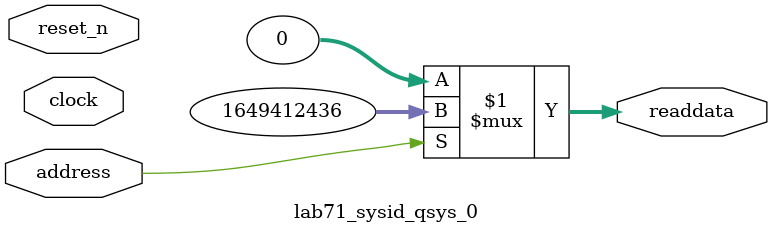
<source format=v>



// synthesis translate_off
`timescale 1ns / 1ps
// synthesis translate_on

// turn off superfluous verilog processor warnings 
// altera message_level Level1 
// altera message_off 10034 10035 10036 10037 10230 10240 10030 

module lab71_sysid_qsys_0 (
               // inputs:
                address,
                clock,
                reset_n,

               // outputs:
                readdata
             )
;

  output  [ 31: 0] readdata;
  input            address;
  input            clock;
  input            reset_n;

  wire    [ 31: 0] readdata;
  //control_slave, which is an e_avalon_slave
  assign readdata = address ? 1649412436 : 0;

endmodule



</source>
